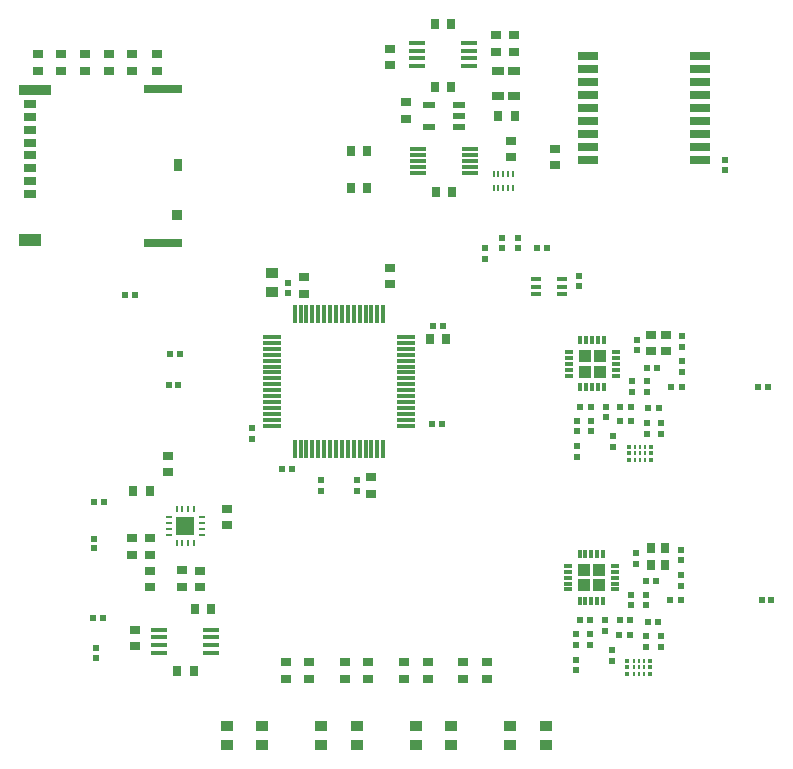
<source format=gtp>
G04 #@! TF.GenerationSoftware,KiCad,Pcbnew,no-vcs-found-2237de0~58~ubuntu16.04.1*
G04 #@! TF.CreationDate,2017-07-10T22:13:53+01:00*
G04 #@! TF.ProjectId,TOAD,544F41442E6B696361645F7063620000,rev?*
G04 #@! TF.SameCoordinates,Original
G04 #@! TF.FileFunction,Paste,Top*
G04 #@! TF.FilePolarity,Positive*
%FSLAX46Y46*%
G04 Gerber Fmt 4.6, Leading zero omitted, Abs format (unit mm)*
G04 Created by KiCad (PCBNEW no-vcs-found-2237de0~58~ubuntu16.04.1) date Mon Jul 10 22:13:53 2017*
%MOMM*%
%LPD*%
G01*
G04 APERTURE LIST*
%ADD10C,0.100000*%
%ADD11R,0.620000X0.620000*%
%ADD12R,1.800000X0.700000*%
%ADD13R,0.900000X0.750000*%
%ADD14R,0.750000X0.900000*%
%ADD15R,1.000000X0.950000*%
%ADD16R,0.520000X0.520000*%
%ADD17R,0.300000X1.500000*%
%ADD18R,1.500000X0.300000*%
%ADD19R,1.102000X1.102000*%
%ADD20R,0.750000X0.300000*%
%ADD21R,0.300000X0.750000*%
%ADD22R,0.950000X0.400000*%
%ADD23R,0.252000X0.301000*%
%ADD24R,0.300000X0.300000*%
%ADD25R,1.450000X0.450000*%
%ADD26R,1.502000X1.502000*%
%ADD27R,0.250000X0.600000*%
%ADD28R,0.600000X0.250000*%
%ADD29R,1.100000X0.600000*%
%ADD30R,1.450000X0.300000*%
%ADD31R,0.200000X0.600000*%
%ADD32R,1.100000X0.700000*%
%ADD33R,1.830000X1.140000*%
%ADD34R,2.800000X0.860000*%
%ADD35R,3.330000X0.700000*%
%ADD36R,0.930000X0.900000*%
%ADD37R,0.780000X1.050000*%
%ADD38R,1.000000X0.800000*%
G04 APERTURE END LIST*
D10*
D11*
X106300000Y-85450000D03*
X106300000Y-84550000D03*
D12*
X107050000Y-66000000D03*
X107050000Y-67100000D03*
X107050000Y-68200000D03*
X107050000Y-69300000D03*
X107050000Y-70400000D03*
X107050000Y-71500000D03*
X107050000Y-72600000D03*
X107050000Y-73700000D03*
X107050000Y-74800000D03*
X116550000Y-74800000D03*
X116550000Y-73700000D03*
X116550000Y-72600000D03*
X116550000Y-71500000D03*
X116550000Y-70400000D03*
X116550000Y-69300000D03*
X116550000Y-68200000D03*
X116550000Y-67100000D03*
X116550000Y-66000000D03*
D13*
X112444228Y-90973650D03*
X112444228Y-89573650D03*
D11*
X111244228Y-89973650D03*
X111244228Y-90873650D03*
X112944228Y-92348650D03*
X112044228Y-92348650D03*
X87500000Y-102750000D03*
X87500000Y-101850000D03*
D13*
X113694228Y-89573650D03*
X113694228Y-90973650D03*
D11*
X112044228Y-93498650D03*
X112044228Y-94398650D03*
X84500000Y-101850000D03*
X84500000Y-102750000D03*
X93950000Y-88800000D03*
X94850000Y-88800000D03*
X81700000Y-85150000D03*
X81700000Y-86050000D03*
D14*
X93700000Y-89900000D03*
X95100000Y-89900000D03*
D13*
X83000000Y-86100000D03*
X83000000Y-84700000D03*
D11*
X78600000Y-97450000D03*
X78600000Y-98350000D03*
X94750000Y-97100000D03*
X93850000Y-97100000D03*
X82050000Y-100900000D03*
X81150000Y-100900000D03*
D15*
X80300000Y-85900000D03*
X80300000Y-84300000D03*
D13*
X88700000Y-101600000D03*
X88700000Y-103000000D03*
D11*
X107344228Y-97748650D03*
X107344228Y-96848650D03*
X110794228Y-94398650D03*
X110794228Y-93498650D03*
X108569228Y-95648650D03*
X108569228Y-96548650D03*
X106144228Y-99898650D03*
X106144228Y-98998650D03*
D13*
X104250000Y-75200000D03*
X104250000Y-73800000D03*
D11*
X113094228Y-95798650D03*
X112194228Y-95798650D03*
X113294228Y-97923650D03*
X113294228Y-97023650D03*
D13*
X90302433Y-66736615D03*
X90302433Y-65336615D03*
D11*
X114119228Y-93973650D03*
X115019228Y-93973650D03*
D14*
X94102433Y-63236615D03*
X95502433Y-63236615D03*
D11*
X115044228Y-89673650D03*
X115044228Y-90573650D03*
D13*
X99330971Y-65605153D03*
X99330971Y-64205153D03*
X100830971Y-64205153D03*
X100830971Y-65605153D03*
D14*
X112379228Y-109048650D03*
X112379228Y-107648650D03*
D11*
X111179228Y-108948650D03*
X111179228Y-108048650D03*
X112879228Y-110423650D03*
X111979228Y-110423650D03*
D13*
X70600000Y-67200000D03*
X70600000Y-65800000D03*
D14*
X113629228Y-109048650D03*
X113629228Y-107648650D03*
D11*
X111979228Y-112473650D03*
X111979228Y-111573650D03*
D13*
X76500000Y-105700000D03*
X76500000Y-104300000D03*
D14*
X95500000Y-68600000D03*
X94100000Y-68600000D03*
X100900971Y-71035153D03*
X99500971Y-71035153D03*
X75200000Y-112750000D03*
X73800000Y-112750000D03*
D13*
X71500000Y-101200000D03*
X71500000Y-99800000D03*
D14*
X95600971Y-77435153D03*
X94200971Y-77435153D03*
D13*
X68500000Y-106800000D03*
X68500000Y-108200000D03*
D14*
X72300000Y-118000000D03*
X73700000Y-118000000D03*
D13*
X68750000Y-115950000D03*
X68750000Y-114550000D03*
D11*
X107279228Y-115823650D03*
X107279228Y-114923650D03*
X110729228Y-112473650D03*
X110729228Y-111573650D03*
X108504228Y-114623650D03*
X108504228Y-113723650D03*
X106079228Y-117973650D03*
X106079228Y-117073650D03*
X113029228Y-113873650D03*
X112129228Y-113873650D03*
X113229228Y-115998650D03*
X113229228Y-115098650D03*
X114054228Y-112048650D03*
X114954228Y-112048650D03*
D13*
X100600971Y-74535153D03*
X100600971Y-73135153D03*
D11*
X114979228Y-108648650D03*
X114979228Y-107748650D03*
D16*
X122300000Y-94000000D03*
X121500000Y-94000000D03*
X67900000Y-86200000D03*
X68700000Y-86200000D03*
X71700000Y-91200000D03*
X72500000Y-91200000D03*
X72400000Y-93800000D03*
X71600000Y-93800000D03*
X65300000Y-107650000D03*
X65300000Y-106850000D03*
X65200000Y-113500000D03*
X66000000Y-113500000D03*
X66100000Y-103700000D03*
X65300000Y-103700000D03*
D15*
X84500000Y-122700000D03*
X84500000Y-124300000D03*
X87500000Y-124300000D03*
X87500000Y-122700000D03*
X92500000Y-122700000D03*
X92500000Y-124300000D03*
X95500000Y-124300000D03*
X95500000Y-122700000D03*
X100500000Y-124300000D03*
X100500000Y-122700000D03*
X103500000Y-124300000D03*
X103500000Y-122700000D03*
X76500000Y-122700000D03*
X76500000Y-124300000D03*
D16*
X122600000Y-112000000D03*
X121800000Y-112000000D03*
D15*
X79500000Y-122700000D03*
X79500000Y-124300000D03*
D17*
X82250000Y-99200000D03*
X82750000Y-99200000D03*
X83250000Y-99200000D03*
X83750000Y-99200000D03*
X84250000Y-99200000D03*
X84750000Y-99200000D03*
X85250000Y-99200000D03*
X85750000Y-99200000D03*
X86250000Y-99200000D03*
X86750000Y-99200000D03*
X87250000Y-99200000D03*
X87750000Y-99200000D03*
X88250000Y-99200000D03*
X88750000Y-99200000D03*
X89250000Y-99200000D03*
X89750000Y-99200000D03*
D18*
X91700000Y-97250000D03*
X91700000Y-96750000D03*
X91700000Y-96250000D03*
X91700000Y-95750000D03*
X91700000Y-95250000D03*
X91700000Y-94750000D03*
X91700000Y-94250000D03*
X91700000Y-93750000D03*
X91700000Y-93250000D03*
X91700000Y-92750000D03*
X91700000Y-92250000D03*
X91700000Y-91750000D03*
X91700000Y-91250000D03*
X91700000Y-90750000D03*
X91700000Y-90250000D03*
X91700000Y-89750000D03*
D17*
X89750000Y-87800000D03*
X89250000Y-87800000D03*
X88750000Y-87800000D03*
X88250000Y-87800000D03*
X87750000Y-87800000D03*
X87250000Y-87800000D03*
X86750000Y-87800000D03*
X86250000Y-87800000D03*
X85750000Y-87800000D03*
X85250000Y-87800000D03*
X84750000Y-87800000D03*
X84250000Y-87800000D03*
X83750000Y-87800000D03*
X83250000Y-87800000D03*
X82750000Y-87800000D03*
X82250000Y-87800000D03*
D18*
X80300000Y-89750000D03*
X80300000Y-90250000D03*
X80300000Y-90750000D03*
X80300000Y-91250000D03*
X80300000Y-91750000D03*
X80300000Y-92250000D03*
X80300000Y-92750000D03*
X80300000Y-93250000D03*
X80300000Y-93750000D03*
X80300000Y-94250000D03*
X80300000Y-94750000D03*
X80300000Y-95250000D03*
X80300000Y-95750000D03*
X80300000Y-96250000D03*
X80300000Y-96750000D03*
X80300000Y-97250000D03*
D19*
X108094228Y-91373650D03*
X106794228Y-91373650D03*
X108094228Y-92673650D03*
X106794228Y-92673650D03*
D20*
X105444228Y-93023650D03*
X105444228Y-92523650D03*
X105444228Y-92023650D03*
X105444228Y-91523650D03*
X105444228Y-91023650D03*
D21*
X106444228Y-90023650D03*
X106944228Y-90023650D03*
X107444228Y-90023650D03*
X107944228Y-90023650D03*
X108444228Y-90023650D03*
D20*
X109444228Y-91023650D03*
X109444228Y-91523650D03*
X109444228Y-92023650D03*
X109444228Y-92523650D03*
X109444228Y-93023650D03*
D21*
X108444228Y-94023650D03*
X107944228Y-94023650D03*
X107444228Y-94023650D03*
X106944228Y-94023650D03*
X106444228Y-94023650D03*
D22*
X102700000Y-84850000D03*
X102700000Y-85500000D03*
X102700000Y-86150000D03*
X104900000Y-86150000D03*
X104900000Y-85500000D03*
X104900000Y-84850000D03*
D23*
X111894228Y-100149000D03*
X111894228Y-99600000D03*
X111894228Y-99051000D03*
X111469228Y-100149000D03*
X111469228Y-99600000D03*
X111469228Y-99051000D03*
X111044228Y-100149000D03*
X111044228Y-99600000D03*
X111044228Y-99051000D03*
D24*
X112419228Y-99050000D03*
X112419228Y-99600000D03*
X112419228Y-100150000D03*
X110519228Y-100150000D03*
X110519228Y-99600000D03*
X110519228Y-99050000D03*
D25*
X97002433Y-66811615D03*
X97002433Y-66161615D03*
X97002433Y-65511615D03*
X97002433Y-64861615D03*
X92602433Y-64861615D03*
X92602433Y-65511615D03*
X92602433Y-66161615D03*
X92602433Y-66811615D03*
D26*
X73000000Y-105750000D03*
D27*
X72250000Y-104350000D03*
X72750000Y-104350000D03*
X73250000Y-104350000D03*
X73750000Y-104350000D03*
D28*
X74400000Y-105000000D03*
X74400000Y-105500000D03*
X74400000Y-106000000D03*
X74400000Y-106500000D03*
D27*
X73750000Y-107150000D03*
X73250000Y-107150000D03*
X72750000Y-107150000D03*
X72250000Y-107150000D03*
D28*
X71600000Y-106500000D03*
X71600000Y-106000000D03*
X71600000Y-105500000D03*
X71600000Y-105000000D03*
D29*
X96200971Y-71985153D03*
X96200971Y-71035153D03*
X96200971Y-70085153D03*
X93600971Y-70085153D03*
X93600971Y-71985153D03*
D25*
X75200000Y-114525000D03*
X75200000Y-115175000D03*
X75200000Y-115825000D03*
X75200000Y-116475000D03*
X70800000Y-116475000D03*
X70800000Y-115825000D03*
X70800000Y-115175000D03*
X70800000Y-114525000D03*
D30*
X97100971Y-75835153D03*
X97100971Y-75335153D03*
X97100971Y-74835153D03*
X97100971Y-74335153D03*
X97100971Y-73835153D03*
X92700971Y-73835153D03*
X92700971Y-74335153D03*
X92700971Y-74835153D03*
X92700971Y-75335153D03*
X92700971Y-75835153D03*
D24*
X110425000Y-117150000D03*
X110425000Y-117700000D03*
X110425000Y-118250000D03*
X112325000Y-118250000D03*
X112325000Y-117700000D03*
X112325000Y-117150000D03*
D23*
X110950000Y-117151000D03*
X110950000Y-117700000D03*
X110950000Y-118249000D03*
X111375000Y-117151000D03*
X111375000Y-117700000D03*
X111375000Y-118249000D03*
X111800000Y-117151000D03*
X111800000Y-117700000D03*
X111800000Y-118249000D03*
D31*
X100700971Y-75935153D03*
X100300971Y-75935153D03*
X99900971Y-75935153D03*
X99500971Y-75935153D03*
X99100971Y-75935153D03*
X99100971Y-77135153D03*
X99500971Y-77135153D03*
X99900971Y-77135153D03*
X100300971Y-77135153D03*
X100700971Y-77135153D03*
D11*
X106444228Y-95648650D03*
X107344228Y-95648650D03*
X106119228Y-96823650D03*
X106119228Y-97723650D03*
X109819228Y-96873650D03*
X110719228Y-96873650D03*
X112044228Y-97923650D03*
X112044228Y-97023650D03*
X109200000Y-98150000D03*
X109200000Y-99050000D03*
X115019228Y-92723650D03*
X115019228Y-91823650D03*
X106379228Y-113723650D03*
X107279228Y-113723650D03*
X106054228Y-114898650D03*
X106054228Y-115798650D03*
X111979228Y-115098650D03*
X111979228Y-115998650D03*
X109100000Y-117150000D03*
X109100000Y-116250000D03*
X114985000Y-110800000D03*
X114985000Y-109900000D03*
D14*
X87000000Y-77100000D03*
X88400000Y-77100000D03*
X88400000Y-74000000D03*
X87000000Y-74000000D03*
D13*
X64500000Y-65800000D03*
X64500000Y-67200000D03*
X70000000Y-108200000D03*
X70000000Y-106800000D03*
X70000000Y-109550000D03*
X70000000Y-110950000D03*
X62500000Y-67200000D03*
X62500000Y-65800000D03*
X68500000Y-65800000D03*
X68500000Y-67200000D03*
X66500000Y-67200000D03*
X66500000Y-65800000D03*
D14*
X70000000Y-102750000D03*
X68600000Y-102750000D03*
D13*
X60500000Y-67200000D03*
X60500000Y-65800000D03*
X72700000Y-110900000D03*
X72700000Y-109500000D03*
X74250000Y-109550000D03*
X74250000Y-110950000D03*
X91700000Y-69850000D03*
X91700000Y-71250000D03*
X90300000Y-83900000D03*
X90300000Y-85300000D03*
X86500000Y-118700000D03*
X86500000Y-117300000D03*
X88500000Y-117300000D03*
X88500000Y-118700000D03*
X91500000Y-118700000D03*
X91500000Y-117300000D03*
X93500000Y-118700000D03*
X93500000Y-117300000D03*
X96500000Y-117300000D03*
X96500000Y-118700000D03*
X98500000Y-117300000D03*
X98500000Y-118700000D03*
X81500000Y-118700000D03*
X81500000Y-117300000D03*
X83500000Y-118700000D03*
X83500000Y-117300000D03*
D32*
X59800000Y-77650000D03*
X59800000Y-76550000D03*
X59800000Y-75450000D03*
X59800000Y-74350000D03*
X59800000Y-73350000D03*
X59800000Y-72250000D03*
X59800000Y-71150000D03*
X59800000Y-70050000D03*
D33*
X59815000Y-81530000D03*
D34*
X60300000Y-68870000D03*
D35*
X71065000Y-68790000D03*
X71065000Y-81750000D03*
D36*
X72265000Y-79440000D03*
D37*
X72340000Y-75175000D03*
D38*
X99430971Y-67205153D03*
X99430971Y-69305153D03*
X100830971Y-69305153D03*
X100830971Y-67205153D03*
D11*
X110719228Y-95648650D03*
X109819228Y-95648650D03*
X110654228Y-113723650D03*
X109754228Y-113723650D03*
D21*
X106365000Y-112120000D03*
X106865000Y-112120000D03*
X107365000Y-112120000D03*
X107865000Y-112120000D03*
X108365000Y-112120000D03*
D20*
X109365000Y-111120000D03*
X109365000Y-110620000D03*
X109365000Y-110120000D03*
X109365000Y-109620000D03*
X109365000Y-109120000D03*
D21*
X108365000Y-108120000D03*
X107865000Y-108120000D03*
X107365000Y-108120000D03*
X106865000Y-108120000D03*
X106365000Y-108120000D03*
D20*
X105365000Y-109120000D03*
X105365000Y-109620000D03*
X105365000Y-110120000D03*
X105365000Y-110620000D03*
X105365000Y-111120000D03*
D19*
X106715000Y-110770000D03*
X108015000Y-110770000D03*
X106715000Y-109470000D03*
X108015000Y-109470000D03*
D16*
X118700000Y-74800000D03*
X118700000Y-75600000D03*
X65400000Y-116100000D03*
X65400000Y-116900000D03*
D11*
X99800000Y-81350000D03*
X99800000Y-82250000D03*
X98400000Y-83150000D03*
X98400000Y-82250000D03*
X101200000Y-82250000D03*
X101200000Y-81350000D03*
X103650000Y-82250000D03*
X102750000Y-82250000D03*
X109750000Y-114950000D03*
X110650000Y-114950000D03*
M02*

</source>
